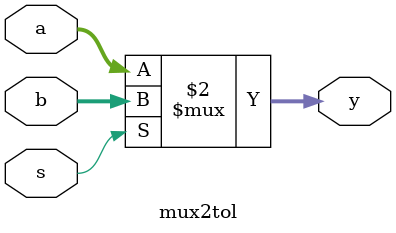
<source format=v>
`timescale 1ns / 1ps


module mux2tol#(parameter N=4)(
    input wire [N-1:0] a,
    input wire [N-1:0] b,
    input wire s,
    output wire [N-1:0] y
);
    assign y = (s==0) ? a : b;
endmodule

</source>
